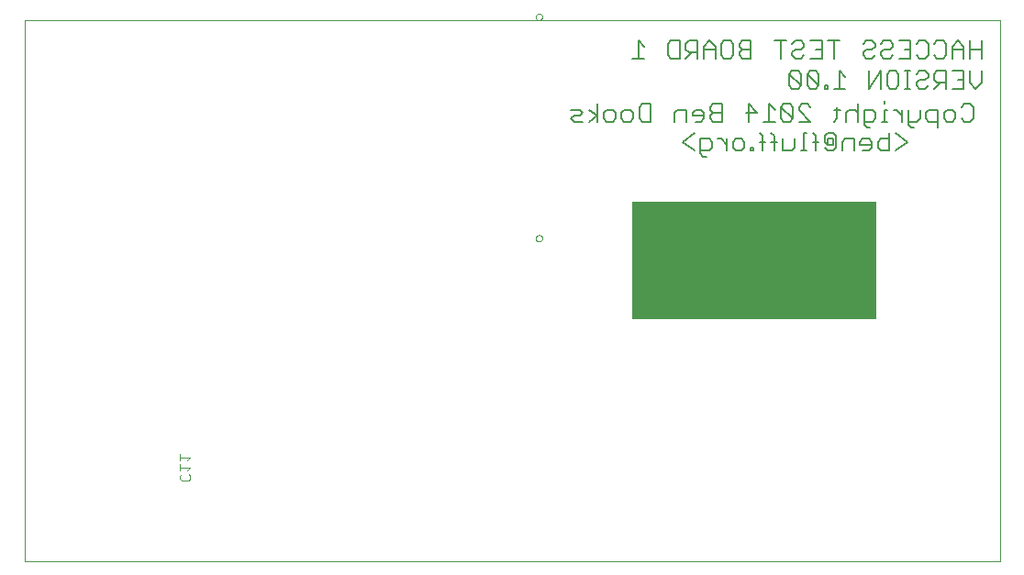
<source format=gbo>
G75*
%MOIN*%
%OFA0B0*%
%FSLAX24Y24*%
%IPPOS*%
%LPD*%
%AMOC8*
5,1,8,0,0,1.08239X$1,22.5*
%
%ADD10C,0.0000*%
%ADD11C,0.0060*%
%ADD12R,0.8900X0.4300*%
%ADD13C,0.0030*%
D10*
X000280Y001107D02*
X035713Y001107D01*
X035713Y001157D02*
X035713Y020792D01*
X000280Y020792D01*
X000280Y001107D01*
X018858Y012845D02*
X018860Y012866D01*
X018866Y012886D01*
X018875Y012906D01*
X018887Y012923D01*
X018902Y012937D01*
X018920Y012949D01*
X018940Y012957D01*
X018960Y012962D01*
X018981Y012963D01*
X019002Y012960D01*
X019022Y012954D01*
X019041Y012943D01*
X019058Y012930D01*
X019071Y012914D01*
X019082Y012896D01*
X019090Y012876D01*
X019094Y012856D01*
X019094Y012834D01*
X019090Y012814D01*
X019082Y012794D01*
X019071Y012776D01*
X019058Y012760D01*
X019041Y012747D01*
X019022Y012736D01*
X019002Y012730D01*
X018981Y012727D01*
X018960Y012728D01*
X018940Y012733D01*
X018920Y012741D01*
X018902Y012753D01*
X018887Y012767D01*
X018875Y012784D01*
X018866Y012804D01*
X018860Y012824D01*
X018858Y012845D01*
X018858Y020896D02*
X018860Y020917D01*
X018866Y020937D01*
X018875Y020957D01*
X018887Y020974D01*
X018902Y020988D01*
X018920Y021000D01*
X018940Y021008D01*
X018960Y021013D01*
X018981Y021014D01*
X019002Y021011D01*
X019022Y021005D01*
X019041Y020994D01*
X019058Y020981D01*
X019071Y020965D01*
X019082Y020947D01*
X019090Y020927D01*
X019094Y020907D01*
X019094Y020885D01*
X019090Y020865D01*
X019082Y020845D01*
X019071Y020827D01*
X019058Y020811D01*
X019041Y020798D01*
X019022Y020787D01*
X019002Y020781D01*
X018981Y020778D01*
X018960Y020779D01*
X018940Y020784D01*
X018920Y020792D01*
X018902Y020804D01*
X018887Y020818D01*
X018875Y020835D01*
X018866Y020855D01*
X018860Y020875D01*
X018858Y020896D01*
D11*
X022377Y019387D02*
X022804Y019387D01*
X022590Y019387D02*
X022590Y020027D01*
X022804Y019814D01*
X023666Y019921D02*
X023666Y019494D01*
X023772Y019387D01*
X024093Y019387D01*
X024093Y020027D01*
X023772Y020027D01*
X023666Y019921D01*
X024310Y019921D02*
X024310Y019707D01*
X024417Y019600D01*
X024737Y019600D01*
X024737Y019387D02*
X024737Y020027D01*
X024417Y020027D01*
X024310Y019921D01*
X024524Y019600D02*
X024310Y019387D01*
X024955Y019387D02*
X024955Y019814D01*
X025168Y020027D01*
X025382Y019814D01*
X025382Y019387D01*
X025599Y019494D02*
X025599Y019921D01*
X025706Y020027D01*
X025920Y020027D01*
X026026Y019921D01*
X026026Y019494D01*
X025920Y019387D01*
X025706Y019387D01*
X025599Y019494D01*
X025382Y019707D02*
X024955Y019707D01*
X026244Y019600D02*
X026244Y019494D01*
X026351Y019387D01*
X026671Y019387D01*
X026671Y020027D01*
X026351Y020027D01*
X026244Y019921D01*
X026244Y019814D01*
X026351Y019707D01*
X026671Y019707D01*
X026351Y019707D02*
X026244Y019600D01*
X027533Y020027D02*
X027960Y020027D01*
X027746Y020027D02*
X027746Y019387D01*
X028177Y019494D02*
X028284Y019387D01*
X028498Y019387D01*
X028605Y019494D01*
X028498Y019707D02*
X028284Y019707D01*
X028177Y019600D01*
X028177Y019494D01*
X028498Y019707D02*
X028605Y019814D01*
X028605Y019921D01*
X028498Y020027D01*
X028284Y020027D01*
X028177Y019921D01*
X028822Y020027D02*
X029249Y020027D01*
X029249Y019387D01*
X028822Y019387D01*
X029036Y019707D02*
X029249Y019707D01*
X029680Y019387D02*
X029680Y020027D01*
X029467Y020027D02*
X029894Y020027D01*
X030756Y019921D02*
X030862Y020027D01*
X031076Y020027D01*
X031183Y019921D01*
X031183Y019814D01*
X031076Y019707D01*
X030862Y019707D01*
X030756Y019600D01*
X030756Y019494D01*
X030862Y019387D01*
X031076Y019387D01*
X031183Y019494D01*
X031400Y019494D02*
X031507Y019387D01*
X031720Y019387D01*
X031827Y019494D01*
X031720Y019707D02*
X031507Y019707D01*
X031400Y019600D01*
X031400Y019494D01*
X031720Y019707D02*
X031827Y019814D01*
X031827Y019921D01*
X031720Y020027D01*
X031507Y020027D01*
X031400Y019921D01*
X032045Y020027D02*
X032472Y020027D01*
X032472Y019387D01*
X032045Y019387D01*
X032258Y019707D02*
X032472Y019707D01*
X032689Y019494D02*
X032796Y019387D01*
X033010Y019387D01*
X033116Y019494D01*
X033116Y019921D01*
X033010Y020027D01*
X032796Y020027D01*
X032689Y019921D01*
X033334Y019921D02*
X033441Y020027D01*
X033654Y020027D01*
X033761Y019921D01*
X033761Y019494D01*
X033654Y019387D01*
X033441Y019387D01*
X033334Y019494D01*
X033978Y019387D02*
X033978Y019814D01*
X034192Y020027D01*
X034405Y019814D01*
X034405Y019387D01*
X034623Y019387D02*
X034623Y020027D01*
X035050Y020027D02*
X035050Y019387D01*
X035050Y019707D02*
X034623Y019707D01*
X034405Y019707D02*
X033978Y019707D01*
X033978Y018927D02*
X034405Y018927D01*
X034405Y018287D01*
X033978Y018287D01*
X033761Y018287D02*
X033761Y018927D01*
X033441Y018927D01*
X033334Y018821D01*
X033334Y018607D01*
X033441Y018500D01*
X033761Y018500D01*
X033547Y018500D02*
X033334Y018287D01*
X033116Y018394D02*
X033010Y018287D01*
X032796Y018287D01*
X032689Y018394D01*
X032689Y018500D01*
X032796Y018607D01*
X033010Y018607D01*
X033116Y018714D01*
X033116Y018821D01*
X033010Y018927D01*
X032796Y018927D01*
X032689Y018821D01*
X032472Y018927D02*
X032258Y018927D01*
X032365Y018927D02*
X032365Y018287D01*
X032472Y018287D02*
X032258Y018287D01*
X032042Y018394D02*
X031935Y018287D01*
X031722Y018287D01*
X031615Y018394D01*
X031615Y018821D01*
X031722Y018927D01*
X031935Y018927D01*
X032042Y018821D01*
X032042Y018394D01*
X031398Y018287D02*
X031398Y018927D01*
X030971Y018287D01*
X030971Y018927D01*
X030108Y018714D02*
X029895Y018927D01*
X029895Y018287D01*
X030108Y018287D02*
X029681Y018287D01*
X029464Y018287D02*
X029464Y018394D01*
X029357Y018394D01*
X029357Y018287D01*
X029464Y018287D01*
X029142Y018394D02*
X028715Y018821D01*
X028715Y018394D01*
X028821Y018287D01*
X029035Y018287D01*
X029142Y018394D01*
X029142Y018821D01*
X029035Y018927D01*
X028821Y018927D01*
X028715Y018821D01*
X028497Y018821D02*
X028497Y018394D01*
X028070Y018821D01*
X028070Y018394D01*
X028177Y018287D01*
X028390Y018287D01*
X028497Y018394D01*
X028497Y018821D02*
X028390Y018927D01*
X028177Y018927D01*
X028070Y018821D01*
X028090Y017727D02*
X027877Y017727D01*
X027770Y017621D01*
X028197Y017194D01*
X028090Y017087D01*
X027877Y017087D01*
X027770Y017194D01*
X027770Y017621D01*
X027553Y017514D02*
X027339Y017727D01*
X027339Y017087D01*
X027553Y017087D02*
X027125Y017087D01*
X026908Y017407D02*
X026481Y017407D01*
X026588Y017087D02*
X026588Y017727D01*
X026908Y017407D01*
X026980Y016677D02*
X027087Y016571D01*
X027087Y016037D01*
X026764Y016037D02*
X026764Y016144D01*
X026657Y016144D01*
X026657Y016037D01*
X026764Y016037D01*
X026442Y016144D02*
X026335Y016037D01*
X026121Y016037D01*
X026015Y016144D01*
X026015Y016357D01*
X026121Y016464D01*
X026335Y016464D01*
X026442Y016357D01*
X026442Y016144D01*
X026980Y016357D02*
X027194Y016357D01*
X027410Y016357D02*
X027623Y016357D01*
X027517Y016571D02*
X027517Y016037D01*
X027841Y016037D02*
X027841Y016464D01*
X027517Y016571D02*
X027410Y016677D01*
X027841Y016037D02*
X028161Y016037D01*
X028268Y016144D01*
X028268Y016464D01*
X028591Y016677D02*
X028591Y016037D01*
X028698Y016037D02*
X028484Y016037D01*
X028914Y016357D02*
X029127Y016357D01*
X029345Y016357D02*
X029345Y016571D01*
X029452Y016677D01*
X029665Y016677D01*
X029772Y016571D01*
X029772Y016144D01*
X029665Y016037D01*
X029452Y016037D01*
X029345Y016144D01*
X029452Y016250D02*
X029452Y016464D01*
X029665Y016464D01*
X029665Y016250D01*
X029452Y016250D01*
X029345Y016357D01*
X029020Y016571D02*
X029020Y016037D01*
X029020Y016571D02*
X028914Y016677D01*
X028698Y016677D02*
X028591Y016677D01*
X028415Y017087D02*
X028842Y017087D01*
X028415Y017514D01*
X028415Y017621D01*
X028521Y017727D01*
X028735Y017727D01*
X028842Y017621D01*
X028197Y017621D02*
X028090Y017727D01*
X028197Y017621D02*
X028197Y017194D01*
X029702Y017087D02*
X029809Y017194D01*
X029809Y017621D01*
X029916Y017514D02*
X029702Y017514D01*
X030133Y017407D02*
X030133Y017087D01*
X030133Y017407D02*
X030240Y017514D01*
X030454Y017514D01*
X030560Y017407D01*
X030778Y017514D02*
X030778Y016980D01*
X030885Y016873D01*
X030991Y016873D01*
X031098Y017087D02*
X030778Y017087D01*
X030560Y017087D02*
X030560Y017727D01*
X030778Y017514D02*
X031098Y017514D01*
X031205Y017407D01*
X031205Y017194D01*
X031098Y017087D01*
X031421Y017087D02*
X031635Y017087D01*
X031528Y017087D02*
X031528Y017514D01*
X031635Y017514D01*
X031852Y017514D02*
X031958Y017514D01*
X032172Y017300D01*
X032172Y017087D02*
X032172Y017514D01*
X032389Y017514D02*
X032389Y016980D01*
X032496Y016873D01*
X032603Y016873D01*
X032710Y017087D02*
X032389Y017087D01*
X032710Y017087D02*
X032816Y017194D01*
X032816Y017514D01*
X033034Y017407D02*
X033034Y017194D01*
X033141Y017087D01*
X033461Y017087D01*
X033461Y016873D02*
X033461Y017514D01*
X033141Y017514D01*
X033034Y017407D01*
X033678Y017407D02*
X033678Y017194D01*
X033785Y017087D01*
X033999Y017087D01*
X034105Y017194D01*
X034105Y017407D01*
X033999Y017514D01*
X033785Y017514D01*
X033678Y017407D01*
X034323Y017194D02*
X034430Y017087D01*
X034643Y017087D01*
X034750Y017194D01*
X034750Y017621D01*
X034643Y017727D01*
X034430Y017727D01*
X034323Y017621D01*
X034836Y018287D02*
X034623Y018500D01*
X034623Y018927D01*
X035050Y018927D02*
X035050Y018500D01*
X034836Y018287D01*
X034405Y018607D02*
X034192Y018607D01*
X031528Y017834D02*
X031528Y017727D01*
X031705Y016677D02*
X031705Y016037D01*
X031385Y016037D01*
X031278Y016144D01*
X031278Y016357D01*
X031385Y016464D01*
X031705Y016464D01*
X031923Y016677D02*
X032350Y016357D01*
X031923Y016037D01*
X031061Y016144D02*
X030954Y016037D01*
X030741Y016037D01*
X030634Y016250D02*
X031061Y016250D01*
X031061Y016144D02*
X031061Y016357D01*
X030954Y016464D01*
X030741Y016464D01*
X030634Y016357D01*
X030634Y016250D01*
X030416Y016037D02*
X030416Y016464D01*
X030096Y016464D01*
X029989Y016357D01*
X029989Y016037D01*
X025797Y016037D02*
X025797Y016464D01*
X025584Y016464D02*
X025477Y016464D01*
X025584Y016464D02*
X025797Y016250D01*
X025260Y016144D02*
X025153Y016037D01*
X024833Y016037D01*
X024833Y015930D02*
X024833Y016464D01*
X025153Y016464D01*
X025260Y016357D01*
X025260Y016144D01*
X024940Y015823D02*
X024833Y015930D01*
X024940Y015823D02*
X025046Y015823D01*
X024615Y016037D02*
X024188Y016357D01*
X024615Y016677D01*
X024654Y017087D02*
X024868Y017087D01*
X024974Y017194D01*
X024974Y017407D01*
X024868Y017514D01*
X024654Y017514D01*
X024547Y017407D01*
X024547Y017300D01*
X024974Y017300D01*
X025192Y017300D02*
X025192Y017194D01*
X025299Y017087D01*
X025619Y017087D01*
X025619Y017727D01*
X025299Y017727D01*
X025192Y017621D01*
X025192Y017514D01*
X025299Y017407D01*
X025619Y017407D01*
X025299Y017407D02*
X025192Y017300D01*
X024330Y017087D02*
X024330Y017514D01*
X024010Y017514D01*
X023903Y017407D01*
X023903Y017087D01*
X023041Y017087D02*
X023041Y017727D01*
X022720Y017727D01*
X022614Y017621D01*
X022614Y017194D01*
X022720Y017087D01*
X023041Y017087D01*
X022396Y017194D02*
X022289Y017087D01*
X022076Y017087D01*
X021969Y017194D01*
X021969Y017407D01*
X022076Y017514D01*
X022289Y017514D01*
X022396Y017407D01*
X022396Y017194D01*
X021752Y017194D02*
X021645Y017087D01*
X021431Y017087D01*
X021325Y017194D01*
X021325Y017407D01*
X021431Y017514D01*
X021645Y017514D01*
X021752Y017407D01*
X021752Y017194D01*
X021107Y017300D02*
X020787Y017514D01*
X020570Y017407D02*
X020463Y017514D01*
X020143Y017514D01*
X020250Y017300D02*
X020463Y017300D01*
X020570Y017407D01*
X020570Y017087D02*
X020250Y017087D01*
X020143Y017194D01*
X020250Y017300D01*
X020787Y017087D02*
X021107Y017300D01*
X021107Y017087D02*
X021107Y017727D01*
D12*
X026780Y012057D03*
D13*
X006309Y004892D02*
X005939Y004892D01*
X005939Y004769D02*
X005939Y005015D01*
X006186Y004769D02*
X006309Y004892D01*
X006309Y004524D02*
X005939Y004524D01*
X005939Y004647D02*
X005939Y004400D01*
X006001Y004279D02*
X005939Y004217D01*
X005939Y004094D01*
X006001Y004032D01*
X006248Y004032D01*
X006309Y004094D01*
X006309Y004217D01*
X006248Y004279D01*
X006186Y004400D02*
X006309Y004524D01*
M02*

</source>
